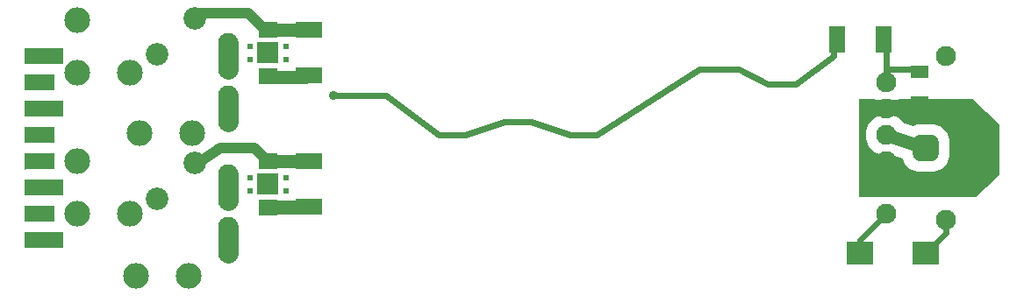
<source format=gbr>
G04 EAGLE Gerber RS-274X export*
G75*
%MOMM*%
%FSLAX34Y34*%
%LPD*%
%INTop Copper*%
%IPPOS*%
%AMOC8*
5,1,8,0,0,1.08239X$1,22.5*%
G01*
%ADD10R,6.032500X1.428750*%
%ADD11C,1.930400*%
%ADD12C,1.524000*%
%ADD13R,1.587400X2.540000*%
%ADD14R,1.701800X1.143000*%
%ADD15C,2.489200*%
%ADD16C,2.184400*%
%ADD17R,2.540000X1.587400*%
%ADD18R,3.810000X1.587500*%
%ADD19C,0.000000*%
%ADD20R,2.857500X1.587500*%
%ADD21R,2.000000X2.000000*%
%ADD22R,0.500000X1.500000*%
%ADD23R,1.000000X1.500000*%
%ADD24R,0.500000X0.500000*%
%ADD25R,2.540000X2.286000*%
%ADD26C,1.270000*%
%ADD27C,0.609600*%
%ADD28C,0.406400*%
%ADD29C,0.254000*%
%ADD30C,1.930400*%
%ADD31C,0.906400*%
%ADD32C,1.016000*%

G36*
X737046Y79706D02*
X737046Y79706D01*
X737145Y79709D01*
X737204Y79726D01*
X737264Y79733D01*
X737356Y79770D01*
X737451Y79797D01*
X737503Y79828D01*
X737559Y79850D01*
X737639Y79908D01*
X737725Y79959D01*
X737800Y80025D01*
X737817Y80037D01*
X737824Y80046D01*
X737846Y80065D01*
X738077Y80296D01*
X745359Y83313D01*
X753241Y83313D01*
X760523Y80296D01*
X760754Y80065D01*
X760833Y80004D01*
X760905Y79936D01*
X760958Y79907D01*
X761006Y79870D01*
X761097Y79831D01*
X761183Y79783D01*
X761242Y79768D01*
X761298Y79744D01*
X761396Y79728D01*
X761491Y79703D01*
X761591Y79697D01*
X761612Y79694D01*
X761624Y79695D01*
X761652Y79693D01*
X835025Y79693D01*
X835100Y79703D01*
X835176Y79702D01*
X835257Y79723D01*
X835341Y79733D01*
X835411Y79761D01*
X835484Y79779D01*
X835558Y79819D01*
X835636Y79850D01*
X835697Y79895D01*
X835764Y79931D01*
X835889Y80032D01*
X841361Y85114D01*
X845462Y88922D01*
X849562Y92729D01*
X849563Y92730D01*
X858114Y100670D01*
X858192Y100764D01*
X858276Y100853D01*
X858294Y100885D01*
X858318Y100914D01*
X858370Y101024D01*
X858430Y101131D01*
X858439Y101167D01*
X858455Y101201D01*
X858478Y101321D01*
X858509Y101439D01*
X858513Y101494D01*
X858516Y101513D01*
X858515Y101534D01*
X858519Y101600D01*
X858519Y149225D01*
X858504Y149343D01*
X858497Y149463D01*
X858484Y149501D01*
X858479Y149541D01*
X858435Y149652D01*
X858399Y149765D01*
X858377Y149799D01*
X858362Y149836D01*
X858292Y149933D01*
X858228Y150034D01*
X858187Y150077D01*
X858176Y150094D01*
X858160Y150107D01*
X858118Y150151D01*
X832718Y173963D01*
X832654Y174010D01*
X832597Y174064D01*
X832526Y174103D01*
X832461Y174150D01*
X832388Y174179D01*
X832319Y174217D01*
X832240Y174237D01*
X832165Y174267D01*
X832087Y174277D01*
X832011Y174297D01*
X831850Y174307D01*
X761652Y174307D01*
X761554Y174294D01*
X761455Y174291D01*
X761397Y174275D01*
X761336Y174267D01*
X761244Y174231D01*
X761149Y174203D01*
X761097Y174172D01*
X761041Y174150D01*
X760961Y174092D01*
X760875Y174041D01*
X760800Y173975D01*
X760783Y173963D01*
X760776Y173954D01*
X760754Y173935D01*
X760523Y173704D01*
X753241Y170687D01*
X745359Y170687D01*
X738077Y173704D01*
X737846Y173935D01*
X737767Y173996D01*
X737695Y174064D01*
X737642Y174093D01*
X737594Y174130D01*
X737503Y174169D01*
X737417Y174217D01*
X737358Y174232D01*
X737302Y174256D01*
X737205Y174272D01*
X737109Y174297D01*
X737009Y174303D01*
X736988Y174306D01*
X736976Y174305D01*
X736948Y174307D01*
X723900Y174307D01*
X723782Y174292D01*
X723663Y174284D01*
X723625Y174272D01*
X723584Y174267D01*
X723474Y174223D01*
X723361Y174186D01*
X723326Y174165D01*
X723289Y174150D01*
X723193Y174080D01*
X723092Y174016D01*
X723064Y173987D01*
X723031Y173963D01*
X722956Y173871D01*
X722874Y173785D01*
X722854Y173749D01*
X722829Y173718D01*
X722778Y173610D01*
X722720Y173506D01*
X722710Y173467D01*
X722693Y173430D01*
X722671Y173314D01*
X722641Y173198D01*
X722637Y173138D01*
X722633Y173118D01*
X722635Y173098D01*
X722631Y173038D01*
X722631Y80963D01*
X722646Y80844D01*
X722653Y80726D01*
X722666Y80687D01*
X722671Y80647D01*
X722714Y80536D01*
X722751Y80423D01*
X722773Y80389D01*
X722788Y80351D01*
X722858Y80255D01*
X722921Y80154D01*
X722951Y80127D01*
X722974Y80094D01*
X723066Y80018D01*
X723153Y79936D01*
X723188Y79917D01*
X723219Y79891D01*
X723327Y79840D01*
X723431Y79783D01*
X723471Y79773D01*
X723507Y79756D01*
X723624Y79733D01*
X723739Y79703D01*
X723800Y79700D01*
X723820Y79696D01*
X723840Y79697D01*
X723900Y79693D01*
X736948Y79693D01*
X737046Y79706D01*
G37*
%LPC*%
G36*
X778783Y104139D02*
X778783Y104139D01*
X772248Y106846D01*
X767246Y111848D01*
X765322Y116494D01*
X765250Y116619D01*
X765182Y116746D01*
X765172Y116757D01*
X765164Y116771D01*
X765064Y116874D01*
X764967Y116979D01*
X764954Y116988D01*
X764943Y116999D01*
X764820Y117074D01*
X764700Y117152D01*
X764680Y117160D01*
X764672Y117165D01*
X764654Y117171D01*
X764550Y117213D01*
X755156Y120344D01*
X755102Y120355D01*
X755052Y120374D01*
X754947Y120386D01*
X754844Y120406D01*
X754790Y120403D01*
X754736Y120409D01*
X754631Y120395D01*
X754526Y120389D01*
X754474Y120372D01*
X754421Y120365D01*
X754268Y120313D01*
X753241Y119887D01*
X745359Y119887D01*
X738077Y122904D01*
X732504Y128477D01*
X729487Y135759D01*
X729487Y143641D01*
X732504Y150923D01*
X738077Y156496D01*
X745359Y159513D01*
X753241Y159513D01*
X760523Y156496D01*
X765012Y152008D01*
X765055Y151975D01*
X765091Y151935D01*
X765180Y151877D01*
X765263Y151813D01*
X765313Y151791D01*
X765358Y151762D01*
X765508Y151701D01*
X774876Y148578D01*
X774929Y148568D01*
X774980Y148549D01*
X775085Y148537D01*
X775188Y148516D01*
X775242Y148519D01*
X775296Y148513D01*
X775401Y148528D01*
X775506Y148534D01*
X775557Y148550D01*
X775611Y148558D01*
X775763Y148610D01*
X778783Y149861D01*
X796017Y149861D01*
X802552Y147154D01*
X807554Y142152D01*
X810261Y135617D01*
X810261Y118383D01*
X807554Y111848D01*
X802552Y106846D01*
X796017Y104139D01*
X778783Y104139D01*
G37*
%LPD*%
D10*
X173038Y69056D03*
D11*
X114300Y101600D03*
X114300Y152400D03*
X114300Y76200D03*
X114300Y50800D03*
X114300Y25400D03*
X114300Y177800D03*
X114300Y203200D03*
X114300Y228600D03*
X749300Y114300D03*
X749300Y139700D03*
X749300Y88900D03*
X749300Y63500D03*
X749300Y165100D03*
X749300Y190500D03*
D12*
X820420Y121920D02*
X849630Y121920D01*
X820420Y121920D02*
X820420Y132080D01*
X849630Y132080D01*
X849630Y121920D01*
X792480Y132080D02*
X782320Y132080D01*
X792480Y132080D02*
X792480Y121920D01*
X782320Y121920D01*
X782320Y132080D01*
D13*
X746125Y231775D03*
X701675Y231775D03*
D14*
X781050Y171005D03*
X781050Y200469D03*
D11*
X806450Y57150D03*
X806450Y215900D03*
D15*
X-31750Y114300D03*
X-31750Y63500D03*
X19050Y63500D03*
D16*
X45242Y78224D03*
X81758Y112276D03*
D17*
X192088Y69850D03*
X192088Y114300D03*
D15*
X-31750Y250825D03*
X-31750Y200025D03*
X19050Y200025D03*
D16*
X45242Y217924D03*
X81758Y251976D03*
D17*
X192088Y196850D03*
X192088Y241300D03*
D18*
X-63500Y215900D03*
X-63500Y165100D03*
X-63500Y38100D03*
X-63500Y88900D03*
D19*
X-82550Y106363D02*
X-82550Y122238D01*
D20*
X-68263Y190500D03*
X-68263Y139700D03*
X-68263Y114300D03*
X-68263Y63500D03*
D15*
X28575Y141288D03*
X79375Y141288D03*
X25400Y3175D03*
X76200Y3175D03*
D21*
X152400Y219075D03*
D22*
X146150Y196575D03*
X159275Y196575D03*
X146150Y241575D03*
X158650Y241575D03*
D23*
X152400Y196575D03*
X152400Y241575D03*
D24*
X134938Y212725D03*
X134938Y225425D03*
X169863Y212725D03*
X169863Y225425D03*
D21*
X152400Y92075D03*
D22*
X146150Y69575D03*
X159275Y69575D03*
X146150Y114575D03*
X158650Y114575D03*
D23*
X152400Y69575D03*
X152400Y114575D03*
D24*
X134938Y85725D03*
X134938Y98425D03*
X169863Y85725D03*
X169863Y98425D03*
D25*
X723900Y25400D03*
X787400Y25400D03*
D26*
X787400Y127000D02*
X749300Y139700D01*
D27*
X749300Y203200D02*
X749300Y228600D01*
X746125Y231775D01*
X749300Y203200D02*
X749300Y190500D01*
X749300Y203200D02*
X781050Y203200D01*
X781050Y200469D01*
D28*
X749300Y114300D02*
X749300Y88900D01*
X749300Y165100D02*
X825500Y165100D01*
X825500Y88900D01*
X749300Y88900D01*
D29*
X763588Y80963D02*
X733425Y80963D01*
X733425Y173038D02*
X765175Y173038D01*
D30*
X114300Y177800D02*
X114300Y152400D01*
X114300Y50800D02*
X114300Y25400D01*
D27*
X444500Y139700D02*
X469900Y139700D01*
X444500Y139700D02*
X406400Y152400D01*
X381000Y152400D01*
X342900Y139700D01*
X317500Y139700D01*
X266700Y177800D01*
X215900Y177800D01*
D31*
X215900Y177800D03*
D27*
X469900Y139700D02*
X568325Y203200D01*
X606425Y203200D01*
X635000Y188913D01*
X661988Y188913D01*
X698500Y215900D01*
X698500Y228600D01*
D31*
X-63500Y38100D03*
X-63500Y165100D03*
D26*
X188913Y195263D02*
X192088Y196850D01*
X188913Y195263D02*
X180975Y195263D01*
X152400Y195263D01*
D31*
X180975Y195263D03*
X-63500Y215900D03*
X-63500Y88900D03*
X-76200Y215900D03*
X-50800Y215900D03*
X-76200Y165100D03*
X-50800Y165100D03*
X-50800Y88900D03*
X-76200Y88900D03*
X-76200Y38100D03*
D30*
X114300Y203200D02*
X114300Y228600D01*
D26*
X158650Y241575D02*
X158925Y241300D01*
X192088Y241300D01*
D32*
X85289Y112276D02*
X81758Y112276D01*
X106363Y127000D02*
X119063Y127000D01*
X131763Y127000D01*
X139700Y127000D01*
X152400Y114300D01*
D31*
X131763Y127000D03*
X119063Y127000D03*
X106363Y127000D03*
D32*
X82550Y111125D01*
X192088Y114300D02*
X193400Y114575D01*
D26*
X158650Y114575D01*
D31*
X195263Y195263D03*
X196850Y69850D03*
X184150Y69850D03*
D27*
X723900Y38100D02*
X749300Y63500D01*
X723900Y38100D02*
X723900Y25400D01*
X806450Y44450D02*
X806450Y57150D01*
X806450Y44450D02*
X787400Y25400D01*
D31*
X-50800Y38100D03*
D30*
X114300Y76200D02*
X114300Y101600D01*
D32*
X150813Y242888D02*
X146050Y244475D01*
X133350Y257175D01*
X131763Y257175D01*
X117475Y257175D01*
X103188Y257175D01*
X88900Y257175D01*
X82550Y250825D01*
D31*
X103188Y257175D03*
X117475Y257175D03*
X131763Y257175D03*
M02*

</source>
